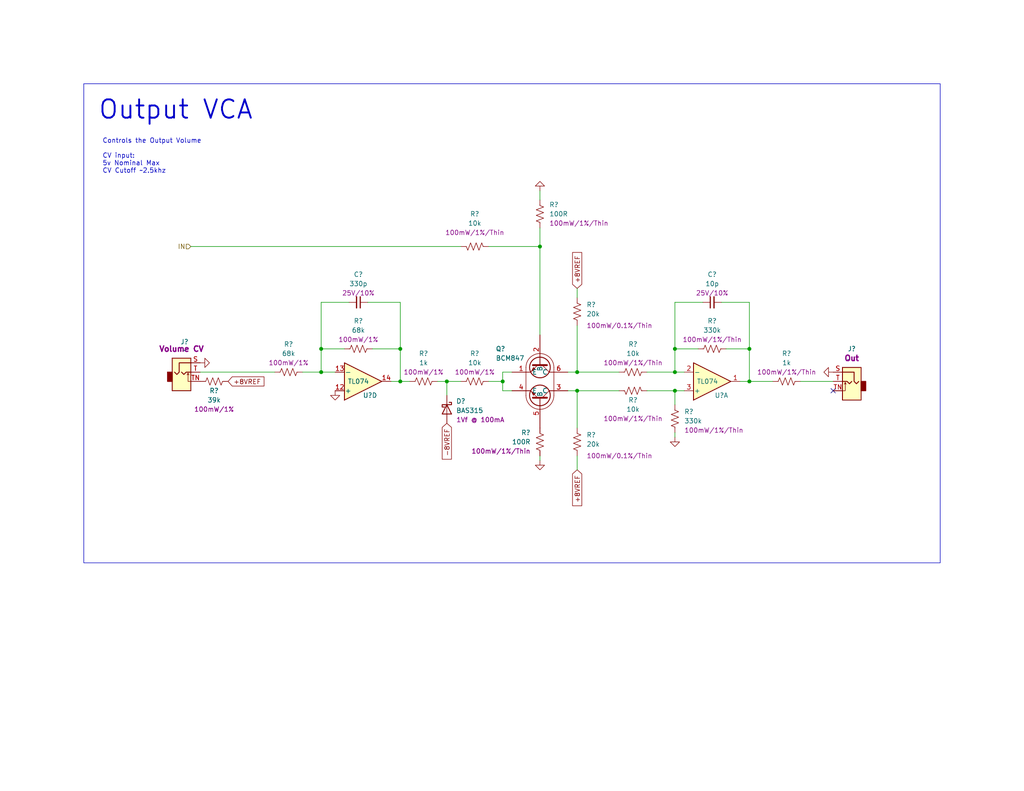
<source format=kicad_sch>
(kicad_sch (version 20230121) (generator eeschema)
  (paper "USLetter")
  (title_block (title "Neptune") (date "2023-07-20") (rev "v0") (company "Winterbloom") (comment 1 "Carson Walls") (comment 2 "CERN-OHL-P v2") (comment 3 "neptune.wntr.dev"))
  (lib_symbols
    (symbol "BCM847_1"
      (property "Reference" "Q" (at -10.795 5.715 0))
      (property "Value" "BCM847" (at -10.795 8.255 0))
      (symbol "BCM847_1_0_1"
        (arc (start -7.62 0) (mid -6.5036 -2.6936) (end -3.81 -3.81))
        (circle (center -3.81 0) (radius 2.8194) (stroke (width 0.254)))
        (arc (start -3.81 3.81) (mid -6.5033 2.6933) (end -7.62 0))
        (polyline (pts (xy -4.445 0.635) (xy -2.54 2.54)))
        (polyline (pts (xy 3.81 -3.81) (xy -3.81 -3.81)))
        (polyline (pts (xy 3.81 3.81) (xy -3.81 3.81)))
        (polyline (pts (xy 4.445 0.635) (xy 2.54 2.54)))
        (polyline (pts (xy -4.445 -0.635) (xy -2.54 -2.54) (xy -2.54 -2.54)))
        (polyline (pts (xy -4.445 1.905) (xy -4.445 -1.905) (xy -4.445 -1.905)) (stroke (width 0.508)))
        (polyline (pts (xy 4.445 -0.635) (xy 2.54 -2.54) (xy 2.54 -2.54)))
        (polyline (pts (xy 4.445 1.905) (xy 4.445 -1.905) (xy 4.445 -1.905)) (stroke (width 0.508)))
        (polyline (pts (xy -3.81 -1.778) (xy -3.302 -1.27) (xy -2.794 -2.286) (xy -3.81 -1.778) (xy -3.81 -1.778)) (fill (type outline)))
        (polyline (pts (xy 3.81 -1.778) (xy 3.302 -1.27) (xy 2.794 -2.286) (xy 3.81 -1.778) (xy 3.81 -1.778)) (fill (type outline)))
        (arc (start 3.81 -3.81) (mid 6.5037 -2.6937) (end 7.62 0))
        (circle (center 3.81 0) (radius 2.8194) (stroke (width 0.254)))
        (arc (start 7.62 0) (mid 6.5035 2.6935) (end 3.81 3.81))
      )
      (symbol "BCM847_1_1_1"
        (pin passive line (at -2.54 -7.62 90) (length 5) (name "E") (number "1"))
        (pin input line (at -12.7 0 0) (length 8) (name "B") (number "2"))
        (pin passive line (at 2.54 7.62 270) (length 5) (name "C") (number "3"))
        (pin passive line (at 2.54 -7.62 90) (length 5) (name "E") (number "4"))
        (pin input line (at 12.7 0 180) (length 8) (name "B") (number "5"))
        (pin passive line (at -2.54 7.62 270) (length 5) (name "C") (number "6"))
      )
    )
    (symbol "Device:C_Small" (pin_numbers hide) (pin_names (offset 0.254) hide)
      (property "Reference" "C" (at 0.254 1.778 0))
      (property "Value" "C_Small" (at 0.254 -2.032 0))
      (symbol "C_Small_0_1"
        (polyline (pts (xy -1.524 -0.508) (xy 1.524 -0.508)) (stroke (width 0.3302)))
        (polyline (pts (xy -1.524 0.508) (xy 1.524 0.508)) (stroke (width 0.3048)))
      )
      (symbol "C_Small_1_1"
        (pin passive line (at 0 2.54 270) (length 2.032) (name "~") (number "1"))
        (pin passive line (at 0 -2.54 90) (length 2.032) (name "~") (number "2"))
      )
    )
    (symbol "Device:R_US" (pin_numbers hide) (pin_names (offset 0))
      (property "Reference" "R" (at 2.54 0 90))
      (property "Value" "R_US" (at -2.54 0 90))
      (symbol "R_US_0_1"
        (polyline (pts (xy 0 -2.286) (xy 0 -2.54)))
        (polyline (pts (xy 0 2.286) (xy 0 2.54)))
        (polyline (pts (xy 0 -0.762) (xy 1.016 -1.143) (xy 0 -1.524) (xy -1.016 -1.905) (xy 0 -2.286)))
        (polyline (pts (xy 0 0.762) (xy 1.016 0.381) (xy 0 0) (xy -1.016 -0.381) (xy 0 -0.762)))
        (polyline (pts (xy 0 2.286) (xy 1.016 1.905) (xy 0 1.524) (xy -1.016 1.143) (xy 0 0.762)))
      )
      (symbol "R_US_1_1"
        (pin passive line (at 0 3.81 270) (length 1.27) (name "~") (number "1"))
        (pin passive line (at 0 -3.81 90) (length 1.27) (name "~") (number "2"))
      )
    )
    (symbol "Diode:1N5819" (pin_numbers hide) (pin_names (offset 1.016) hide)
      (property "Reference" "D" (at 0 2.54 0))
      (property "Value" "1N5819" (at 0 -2.54 0))
      (symbol "1N5819_0_1"
        (polyline (pts (xy 1.27 0) (xy -1.27 0)))
        (polyline (pts (xy 1.27 1.27) (xy 1.27 -1.27) (xy -1.27 0) (xy 1.27 1.27)) (stroke (width 0.254)))
        (polyline (pts (xy -1.905 0.635) (xy -1.905 1.27) (xy -1.27 1.27) (xy -1.27 -1.27) (xy -0.635 -1.27) (xy -0.635 -0.635)) (stroke (width 0.254)))
      )
      (symbol "1N5819_1_1"
        (pin passive line (at -3.81 0 0) (length 2.54) (name "K") (number "1"))
        (pin passive line (at 3.81 0 180) (length 2.54) (name "A") (number "2"))
      )
    )
    (symbol "power:GND" (power) (pin_names (offset 0))
      (property "Value" "GND" (at 0 -3.81 0))
      (symbol "GND_0_1"
        (polyline (pts (xy 0 0) (xy 0 -1.27) (xy 1.27 -1.27) (xy 0 -2.54) (xy -1.27 -1.27) (xy 0 -1.27)))
      )
      (symbol "GND_1_1"
        (pin power_in line (at 0 0 270) (length 0) hide (name "GND") (number "1"))
      )
    )
    (symbol "winterbloom:Eurorack_Mono_Jack" (pin_names hide)
      (property "Reference" "J" (at 3.302 -4.064 0))
      (property "Value" "Eurorack_Mono_Jack" (at 0 5.08 0))
      (symbol "Eurorack_Mono_Jack_0_1"
        (rectangle (start -2.54 -5.08) (end 2.54 3.81) (stroke (width 0.254)) (fill (type background)))
        (polyline (pts (xy -1.778 -1.016) (xy -2.032 -0.508)))
        (polyline (pts (xy -2.54 1.27) (xy -1.778 1.27) (xy -1.778 -1.016) (xy -1.524 -0.508)))
        (polyline (pts (xy 0 -1.27) (xy -0.635 -0.635) (xy -1.27 -1.27) (xy -2.54 -1.27)) (stroke (width 0.254)))
        (polyline (pts (xy -2.54 -3.81) (xy 0.635 -3.81) (xy 0.635 -1.27) (xy 1.27 -0.635) (xy 1.905 -1.27)) (stroke (width 0.254)))
        (rectangle (start 2.54 -1.27) (end 3.81 1.27) (stroke (width 0.254)) (fill (type outline)))
      )
      (symbol "Eurorack_Mono_Jack_1_1"
        (pin passive line (at -5.08 -3.81 0) (length 2.54) (name "Sleeve") (number "S"))
        (pin passive line (at -5.08 -1.27 0) (length 2.54) (name "Tip") (number "T"))
        (pin passive line (at -5.08 1.27 0) (length 2.54) (name "Tip_normalize") (number "TN"))
      )
    )
    (symbol "winterbloom:TL074" (pin_names (offset 0.127))
      (property "Reference" "U" (at 0 3.81 0))
      (property "Value" "TL074" (at 0 -3.81 0))
      (symbol "TL074_1_1"
        (polyline (pts (xy -5.08 5.08) (xy 5.08 0) (xy -5.08 -5.08) (xy -5.08 5.08)) (stroke (width 0.254)) (fill (type background)))
        (pin output line (at 7.62 0 180) (length 2.54) (name "~") (number "1"))
        (pin input line (at -7.62 -2.54 0) (length 2.54) (name "-") (number "2"))
        (pin input line (at -7.62 2.54 0) (length 2.54) (name "+") (number "3"))
      )
      (symbol "TL074_2_1"
        (polyline (pts (xy -5.08 5.08) (xy 5.08 0) (xy -5.08 -5.08) (xy -5.08 5.08)) (stroke (width 0.254)) (fill (type background)))
        (pin input line (at -7.62 2.54 0) (length 2.54) (name "+") (number "5"))
        (pin input line (at -7.62 -2.54 0) (length 2.54) (name "-") (number "6"))
        (pin output line (at 7.62 0 180) (length 2.54) (name "~") (number "7"))
      )
      (symbol "TL074_3_1"
        (polyline (pts (xy -5.08 5.08) (xy 5.08 0) (xy -5.08 -5.08) (xy -5.08 5.08)) (stroke (width 0.254)) (fill (type background)))
        (pin input line (at -7.62 2.54 0) (length 2.54) (name "+") (number "10"))
        (pin output line (at 7.62 0 180) (length 2.54) (name "~") (number "8"))
        (pin input line (at -7.62 -2.54 0) (length 2.54) (name "-") (number "9"))
      )
      (symbol "TL074_4_1"
        (polyline (pts (xy -5.08 5.08) (xy 5.08 0) (xy -5.08 -5.08) (xy -5.08 5.08)) (stroke (width 0.254)) (fill (type background)))
        (pin input line (at -7.62 2.54 0) (length 2.54) (name "+") (number "12"))
        (pin input line (at -7.62 -2.54 0) (length 2.54) (name "-") (number "13"))
        (pin output line (at 7.62 0 180) (length 2.54) (name "~") (number "14"))
      )
      (symbol "TL074_5_1"
        (polyline (pts (xy -5.08 5.08) (xy 5.08 0) (xy -5.08 -5.08) (xy -5.08 5.08)) (stroke (width 0.254)) (fill (type background)))
        (pin power_in line (at -2.54 -7.62 90) (length 3.81) (name "V-") (number "11"))
        (pin power_in line (at -2.54 7.62 270) (length 3.81) (name "V+") (number "4"))
      )
    )
  )
  (junction (at 157.48 106.68))
  (junction (at 184.15 101.6))
  (junction (at 109.22 95.25))
  (junction (at 137.16 104.14))
  (junction (at 204.47 104.14))
  (junction (at 121.92 104.14))
  (junction (at 87.63 95.25))
  (junction (at 184.15 106.68))
  (junction (at 147.32 67.31))
  (junction (at 109.22 104.14))
  (junction (at 157.48 101.6))
  (junction (at 204.47 95.25))
  (junction (at 184.15 95.25))
  (junction (at 87.63 101.6))
  (no_connect (at 227.33 106.68))
  (wire (pts (xy 109.22 82.55) (xy 100.33 82.55)))
  (wire (pts (xy 176.53 101.6) (xy 184.15 101.6)))
  (wire (pts (xy 133.35 104.14) (xy 137.16 104.14)))
  (wire (pts (xy 147.32 125.73) (xy 147.32 124.46)))
  (wire (pts (xy 154.94 106.68) (xy 157.48 106.68)))
  (wire (pts (xy 54.61 101.6) (xy 74.93 101.6)))
  (wire (pts (xy 184.15 95.25) (xy 190.5 95.25)))
  (wire (pts (xy 184.15 95.25) (xy 184.15 101.6)))
  (wire (pts (xy 137.16 101.6) (xy 139.7 101.6)))
  (wire (pts (xy 87.63 95.25) (xy 93.98 95.25)))
  (wire (pts (xy 147.32 52.07) (xy 147.32 54.61)))
  (wire (pts (xy 184.15 106.68) (xy 186.69 106.68)))
  (wire (pts (xy 157.48 106.68) (xy 168.91 106.68)))
  (wire (pts (xy 133.35 67.31) (xy 147.32 67.31)))
  (wire (pts (xy 109.22 104.14) (xy 109.22 95.25)))
  (wire (pts (xy 204.47 95.25) (xy 204.47 104.14)))
  (wire (pts (xy 154.94 101.6) (xy 157.48 101.6)))
  (wire (pts (xy 184.15 101.6) (xy 186.69 101.6)))
  (wire (pts (xy 191.77 82.55) (xy 184.15 82.55)))
  (wire (pts (xy 204.47 82.55) (xy 204.47 95.25)))
  (wire (pts (xy 121.92 104.14) (xy 121.92 107.95)))
  (wire (pts (xy 82.55 101.6) (xy 87.63 101.6)))
  (wire (pts (xy 204.47 104.14) (xy 210.82 104.14)))
  (wire (pts (xy 184.15 106.68) (xy 184.15 110.49)))
  (wire (pts (xy 198.12 95.25) (xy 204.47 95.25)))
  (wire (pts (xy 125.73 67.31) (xy 52.07 67.31)))
  (wire (pts (xy 109.22 95.25) (xy 101.6 95.25)))
  (wire (pts (xy 121.92 104.14) (xy 125.73 104.14)))
  (wire (pts (xy 87.63 95.25) (xy 87.63 101.6)))
  (wire (pts (xy 157.48 101.6) (xy 168.91 101.6)))
  (wire (pts (xy 87.63 101.6) (xy 91.44 101.6)))
  (wire (pts (xy 137.16 106.68) (xy 139.7 106.68)))
  (wire (pts (xy 109.22 95.25) (xy 109.22 82.55)))
  (wire (pts (xy 218.44 104.14) (xy 227.33 104.14)))
  (wire (pts (xy 184.15 82.55) (xy 184.15 95.25)))
  (wire (pts (xy 201.93 104.14) (xy 204.47 104.14)))
  (wire (pts (xy 119.38 104.14) (xy 121.92 104.14)))
  (wire (pts (xy 106.68 104.14) (xy 109.22 104.14)))
  (wire (pts (xy 87.63 82.55) (xy 87.63 95.25)))
  (wire (pts (xy 137.16 104.14) (xy 137.16 106.68)))
  (wire (pts (xy 109.22 104.14) (xy 111.76 104.14)))
  (wire (pts (xy 137.16 101.6) (xy 137.16 104.14)))
  (wire (pts (xy 87.63 82.55) (xy 95.25 82.55)))
  (wire (pts (xy 176.53 106.68) (xy 184.15 106.68)))
  (wire (pts (xy 157.48 106.68) (xy 157.48 116.84)))
  (wire (pts (xy 157.48 78.74) (xy 157.48 81.28)))
  (wire (pts (xy 157.48 124.46) (xy 157.48 128.27)))
  (wire (pts (xy 157.48 88.9) (xy 157.48 101.6)))
  (wire (pts (xy 184.15 118.11) (xy 184.15 119.38)))
  (wire (pts (xy 147.32 67.31) (xy 147.32 91.44)))
  (wire (pts (xy 196.85 82.55) (xy 204.47 82.55)))
  (wire (pts (xy 147.32 62.23) (xy 147.32 67.31)))
  (rectangle (start 22.86 22.86) (end 256.54 153.67))
  (text "Controls the Output Volume\n\nCV input:\n5v Nominal Max\nCV Cutoff ~2.5khz\n\n" (at 27.94 49.53 0) (effects (font (size 1.27 1.27)) (justify left bottom)))
  (text "Output VCA" (at 26.67 33.02 0) (effects (font (size 5 5) (thickness 0.508) bold) (justify left bottom)))
  (global_label "+8VREF" (shape input) (at 62.23 104.14 0) (property "Intersheetrefs" "${INTERSHEET_REFS}" (effects hide)))
  (global_label "+8VREF" (shape input) (at 157.48 78.74 90) (property "Intersheetrefs" "${INTERSHEET_REFS}" (effects hide)))
  (global_label "-8VREF" (shape input) (at 121.92 115.57 270) (property "Intersheetrefs" "${INTERSHEET_REFS}" (effects hide)))
  (global_label "+8VREF" (shape input) (at 157.48 128.27 270) (property "Intersheetrefs" "${INTERSHEET_REFS}" (effects hide)))
  (hierarchical_label "IN" (shape input) (at 52.07 67.31 180))
  (symbol (lib_id "Device:R_US") (at 157.48 85.09 180) (unit 1)
    (property "Reference" "R?" (at 160.02 83.185 0) (effects (justify right)))
    (property "Value" "20k" (at 160.02 85.725 0) (effects (justify right)))
    (property "Footprint" "winterbloom:R_0603_HandSolder" (effects hide))
    (property "Rating" "100mW/0.1%/Thin" (at 160.02 88.9 0) (effects (justify right)))
    (instances (project "board" (path "" (reference "R?") (unit 1))) (project "mainboard" (path "" (reference "R?") (unit 1)) (path "" (reference "R?") (unit 1)) (path "" (reference "R?") (unit 1)) (path "" (reference "R?") (unit 1)) (path "" (reference "R809") (unit 1))))
  )
  (symbol (lib_id "Device:R_US") (at 157.48 120.65 180) (unit 1)
    (property "Reference" "R?" (at 160.02 118.745 0) (effects (justify right)))
    (property "Value" "20k" (at 160.02 121.285 0) (effects (justify right)))
    (property "Footprint" "winterbloom:R_0603_HandSolder" (effects hide))
    (property "Rating" "100mW/0.1%/Thin" (at 160.02 124.46 0) (effects (justify right)))
    (instances (project "board" (path "" (reference "R?") (unit 1))) (project "mainboard" (path "" (reference "R?") (unit 1)) (path "" (reference "R?") (unit 1)) (path "" (reference "R?") (unit 1)) (path "" (reference "R?") (unit 1)) (path "" (reference "R810") (unit 1))))
  )
  (symbol (lib_id "Device:R_US") (at 78.74 101.6 270) (unit 1)
    (property "Reference" "R?" (at 78.74 93.98 90))
    (property "Value" "68k" (at 78.74 96.52 90))
    (property "Footprint" "winterbloom:R_0603_HandSolder" (effects hide))
    (property "Rating" "100mW/1%" (at 78.74 99.06 90))
    (instances (project "board" (path "" (reference "R?") (unit 1))) (project "mainboard" (path "" (reference "R?") (unit 1)) (path "" (reference "R?") (unit 1)) (path "" (reference "R?") (unit 1)) (path "" (reference "R?") (unit 1)) (path "" (reference "R802") (unit 1))))
  )
  (symbol (lib_id "Device:R_US") (at 129.54 67.31 90) (mirror x) (unit 1)
    (property "Reference" "R?" (at 129.54 58.42 90))
    (property "Value" "10k" (at 129.54 60.96 90))
    (property "Footprint" "winterbloom:R_0603_HandSolder" (effects hide))
    (property "Rating" "100mW/1%/Thin" (at 129.54 63.5 90))
    (instances (project "board" (path "" (reference "R?") (unit 1))) (project "mainboard" (path "" (reference "R?") (unit 1)) (path "" (reference "R?") (unit 1)) (path "" (reference "R?") (unit 1)) (path "" (reference "R?") (unit 1)) (path "" (reference "R805") (unit 1))))
  )
  (symbol (lib_id "winterbloom:Eurorack_Mono_Jack") (at 232.41 105.41 0) (mirror x) (unit 1)
    (property "Reference" "J?" (at 232.41 95.25 0))
    (property "Value" "~" (at 231.5972 98.1964 0))
    (property "Footprint" "winterbloom:AudioJack_WQP518MA_Compact_S" (effects hide))
    (property "Datasheet" "http://www.qingpu-electronics.com/en/products/WQP-PJ398SM-362.html" (effects hide))
    (property "MPN" "WQP-WQP518MA" (effects hide))
    (property "Name" "Out" (at 232.41 97.79 0) (effects (font (size 1.5 1.5) bold)))
    (instances (project "board" (path "" (reference "J?") (unit 1))) (project "mainboard" (path "" (reference "J?") (unit 1)) (path "" (reference "J?") (unit 1)) (path "" (reference "J?") (unit 1)) (path "" (reference "J802") (unit 1))))
  )
  (symbol (lib_id "Device:R_US") (at 172.72 106.68 270) (mirror x) (unit 1)
    (property "Reference" "R?" (at 172.72 109.22 90))
    (property "Value" "10k" (at 172.72 111.76 90))
    (property "Footprint" "winterbloom:R_0603_HandSolder" (effects hide))
    (property "Rating" "100mW/1%/Thin" (at 172.72 114.3 90))
    (instances (project "board" (path "" (reference "R?") (unit 1))) (project "mainboard" (path "" (reference "R?") (unit 1)) (path "" (reference "R?") (unit 1)) (path "" (reference "R?") (unit 1)) (path "" (reference "R?") (unit 1)) (path "" (reference "R812") (unit 1))))
  )
  (symbol (lib_id "power:GND") (at 184.15 119.38 0) (unit 1)
    (property "Reference" "#PWR?" (effects hide))
    (property "Value" "GND" (effects hide))
    (instances (project "board" (path "" (reference "#PWR?") (unit 1))) (project "mainboard" (path "" (reference "#PWR?") (unit 1)) (path "" (reference "#PWR?") (unit 1)) (path "" (reference "#PWR?") (unit 1)) (path "" (reference "#PWR0805") (unit 1))))
  )
  (symbol (lib_id "power:GND") (at 54.61 99.06 90) (unit 1)
    (property "Reference" "#PWR?" (effects hide))
    (property "Value" "GND" (effects hide))
    (instances (project "board" (path "" (reference "#PWR?") (unit 1))) (project "mainboard" (path "" (reference "#PWR?") (unit 1)) (path "" (reference "#PWR?") (unit 1)) (path "" (reference "#PWR?") (unit 1)) (path "" (reference "#PWR0801") (unit 1))))
  )
  (symbol (lib_id "Device:R_US") (at 194.31 95.25 270) (unit 1)
    (property "Reference" "R?" (at 194.31 87.63 90))
    (property "Value" "330k" (at 194.31 90.17 90))
    (property "Footprint" "winterbloom:R_0603_HandSolder" (effects hide))
    (property "Rating" "100mW/1%/Thin" (at 194.31 92.71 90))
    (instances (project "board" (path "" (reference "R?") (unit 1))) (project "mainboard" (path "" (reference "R?") (unit 1)) (path "" (reference "R?") (unit 1)) (path "" (reference "R?") (unit 1)) (path "" (reference "R?") (unit 1)) (path "" (reference "R814") (unit 1))))
  )
  (symbol (lib_id "power:GND") (at 91.44 106.68 0) (unit 1)
    (property "Reference" "#PWR?" (effects hide))
    (property "Value" "GND" (effects hide))
    (instances (project "board" (path "" (reference "#PWR?") (unit 1))) (project "mainboard" (path "" (reference "#PWR?") (unit 1)) (path "" (reference "#PWR?") (unit 1)) (path "" (reference "#PWR?") (unit 1)) (path "" (reference "#PWR0802") (unit 1))))
  )
  (symbol (lib_id "Device:R_US") (at 147.32 58.42 180) (unit 1)
    (property "Reference" "R?" (at 149.86 55.88 0) (effects (justify right)))
    (property "Value" "100R" (at 149.86 58.42 0) (effects (justify right)))
    (property "Footprint" "winterbloom:R_0603_HandSolder" (effects hide))
    (property "Rating" "100mW/1%/Thin" (at 149.86 60.96 0) (effects (justify right)))
    (instances (project "board" (path "" (reference "R?") (unit 1))) (project "mainboard" (path "" (reference "R?") (unit 1)) (path "" (reference "R?") (unit 1)) (path "" (reference "R?") (unit 1)) (path "" (reference "R?") (unit 1)) (path "" (reference "R807") (unit 1))))
  )
  (symbol (lib_id "winterbloom:Eurorack_Mono_Jack") (at 49.53 102.87 180) (unit 1)
    (property "Reference" "J?" (at 50.3428 93.345 0))
    (property "Value" "~" (at 50.3428 95.6564 0))
    (property "Footprint" "winterbloom:AudioJack_WQP518MA_Compact_S" (effects hide))
    (property "Datasheet" "http://www.qingpu-electronics.com/en/products/WQP-PJ398SM-362.html" (effects hide))
    (property "MPN" "WQP-WQP518MA" (effects hide))
    (property "Name" "Volume CV" (at 49.53 95.25 0) (effects (font (size 1.5 1.5) bold)))
    (instances (project "board" (path "" (reference "J?") (unit 1))) (project "mainboard" (path "" (reference "J?") (unit 1)) (path "" (reference "J?") (unit 1)) (path "" (reference "J?") (unit 1)) (path "" (reference "J801") (unit 1))))
  )
  (symbol (lib_name "BCM847_1") (lib_id "Carson's Schematic Symbols:BCM847") (at 147.32 104.14 270) (unit 1)
    (property "Reference" "Q?" (at 135.255 95.25 90) (effects (justify left)))
    (property "Value" "BCM847" (at 135.255 97.79 90) (effects (justify left)))
    (property "Footprint" "Package_TO_SOT_SMD:SOT-363_SC-70-6" (effects hide))
    (property "Attention" "!" (effects hide))
    (property "MPN" "BCM847BS,115" (effects hide))
    (instances (project "mainboard" (path "" (reference "Q?") (unit 1)) (path "" (reference "Q?") (unit 1)) (path "" (reference "Q?") (unit 1)) (path "" (reference "Q801") (unit 1))) (project "Diode_Ladder_Filter_V0.5" (path "" (reference "Q?") (unit 1))))
  )
  (symbol (lib_id "Device:R_US") (at 184.15 114.3 0) (unit 1)
    (property "Reference" "R?" (at 186.69 112.395 0) (effects (justify left)))
    (property "Value" "330k" (at 186.69 114.935 0) (effects (justify left)))
    (property "Footprint" "winterbloom:R_0603_HandSolder" (effects hide))
    (property "Rating" "100mW/1%/Thin" (at 186.69 117.475 0) (effects (justify left)))
    (instances (project "board" (path "" (reference "R?") (unit 1))) (project "mainboard" (path "" (reference "R?") (unit 1)) (path "" (reference "R?") (unit 1)) (path "" (reference "R?") (unit 1)) (path "" (reference "R?") (unit 1)) (path "" (reference "R813") (unit 1))))
  )
  (symbol (lib_id "Device:C_Small") (at 194.31 82.55 90) (unit 1)
    (property "Reference" "C?" (at 194.3163 74.93 90))
    (property "Value" "10p" (at 194.3163 77.47 90))
    (property "Footprint" "winterbloom:C_0603_HandSolder" (effects hide))
    (property "Rating" "25V/10%" (at 194.3163 80.01 90))
    (instances (project "board" (path "" (reference "C?") (unit 1))) (project "mainboard" (path "" (reference "C802") (unit 1))) (project "VCA" (path "" (reference "C?") (unit 1)) (path "" (reference "C?") (unit 1))))
  )
  (symbol (lib_id "Device:R_US") (at 115.57 104.14 270) (unit 1)
    (property "Reference" "R?" (at 115.57 96.52 90))
    (property "Value" "1k" (at 115.57 99.06 90))
    (property "Footprint" "winterbloom:R_0603_HandSolder" (effects hide))
    (property "Rating" "100mW/1%" (at 115.57 101.6 90))
    (instances (project "board" (path "" (reference "R?") (unit 1))) (project "mainboard" (path "" (reference "R?") (unit 1)) (path "" (reference "R?") (unit 1)) (path "" (reference "R?") (unit 1)) (path "" (reference "R?") (unit 1)) (path "" (reference "R804") (unit 1))))
  )
  (symbol (lib_id "Device:C_Small") (at 97.79 82.55 270) (unit 1)
    (property "Reference" "C?" (at 97.7836 74.93 90))
    (property "Value" "330p" (at 97.7836 77.47 90))
    (property "Footprint" "winterbloom:C_0603_HandSolder" (effects hide))
    (property "Rating" "25V/10%" (at 97.7836 80.01 90))
    (instances (project "board" (path "" (reference "C?") (unit 1))) (project "mainboard" (path "" (reference "C?") (unit 1)) (path "" (reference "C?") (unit 1)) (path "" (reference "C?") (unit 1)) (path "" (reference "C?") (unit 1)) (path "" (reference "C801") (unit 1))))
  )
  (symbol (lib_id "Device:R_US") (at 129.54 104.14 270) (unit 1)
    (property "Reference" "R?" (at 129.54 96.52 90))
    (property "Value" "10k" (at 129.54 99.06 90))
    (property "Footprint" "winterbloom:R_0603_HandSolder" (effects hide))
    (property "Rating" "100mW/1%" (at 129.54 101.6 90))
    (instances (project "board" (path "" (reference "R?") (unit 1))) (project "mainboard" (path "" (reference "R?") (unit 1)) (path "" (reference "R?") (unit 1)) (path "" (reference "R?") (unit 1)) (path "" (reference "R?") (unit 1)) (path "" (reference "R806") (unit 1))))
  )
  (symbol (lib_id "power:GND") (at 147.32 52.07 180) (unit 1)
    (property "Reference" "#PWR?" (effects hide))
    (property "Value" "GND" (effects hide))
    (instances (project "board" (path "" (reference "#PWR?") (unit 1))) (project "mainboard" (path "" (reference "#PWR?") (unit 1)) (path "" (reference "#PWR?") (unit 1)) (path "" (reference "#PWR?") (unit 1)) (path "" (reference "#PWR0803") (unit 1))))
  )
  (symbol (lib_id "Device:R_US") (at 214.63 104.14 270) (unit 1)
    (property "Reference" "R?" (at 214.63 96.52 90))
    (property "Value" "1k" (at 214.63 99.06 90))
    (property "Footprint" "winterbloom:R_0603_HandSolder" (effects hide))
    (property "Rating" "100mW/1%/Thin" (at 214.63 101.6 90))
    (instances (project "board" (path "" (reference "R?") (unit 1))) (project "mainboard" (path "" (reference "R?") (unit 1)) (path "" (reference "R?") (unit 1)) (path "" (reference "R?") (unit 1)) (path "" (reference "R?") (unit 1)) (path "" (reference "R815") (unit 1))))
  )
  (symbol (lib_id "Device:R_US") (at 172.72 101.6 270) (unit 1)
    (property "Reference" "R?" (at 172.72 93.98 90))
    (property "Value" "10k" (at 172.72 96.52 90))
    (property "Footprint" "winterbloom:R_0603_HandSolder" (effects hide))
    (property "Rating" "100mW/1%/Thin" (at 172.72 99.06 90))
    (instances (project "board" (path "" (reference "R?") (unit 1))) (project "mainboard" (path "" (reference "R?") (unit 1)) (path "" (reference "R?") (unit 1)) (path "" (reference "R?") (unit 1)) (path "" (reference "R?") (unit 1)) (path "" (reference "R811") (unit 1))))
  )
  (symbol (lib_id "power:GND") (at 227.33 101.6 270) (unit 1)
    (property "Reference" "#PWR?" (effects hide))
    (property "Value" "GND" (effects hide))
    (instances (project "board" (path "" (reference "#PWR?") (unit 1))) (project "mainboard" (path "" (reference "#PWR?") (unit 1)) (path "" (reference "#PWR?") (unit 1)) (path "" (reference "#PWR?") (unit 1)) (path "" (reference "#PWR0806") (unit 1))))
  )
  (symbol (lib_id "Device:R_US") (at 147.32 120.65 180) (unit 1)
    (property "Reference" "R?" (at 144.78 118.11 0) (effects (justify left)))
    (property "Value" "100R" (at 144.78 120.65 0) (effects (justify left)))
    (property "Footprint" "winterbloom:R_0603_HandSolder" (effects hide))
    (property "Rating" "100mW/1%/Thin" (at 144.78 123.19 0) (effects (justify left)))
    (instances (project "board" (path "" (reference "R?") (unit 1))) (project "mainboard" (path "" (reference "R?") (unit 1)) (path "" (reference "R?") (unit 1)) (path "" (reference "R?") (unit 1)) (path "" (reference "R?") (unit 1)) (path "" (reference "R808") (unit 1))))
  )
  (symbol (lib_id "Device:R_US") (at 97.79 95.25 270) (unit 1)
    (property "Reference" "R?" (at 97.79 87.63 90))
    (property "Value" "68k" (at 97.79 90.17 90))
    (property "Footprint" "winterbloom:R_0603_HandSolder" (effects hide))
    (property "Rating" "100mW/1%" (at 97.79 92.71 90))
    (instances (project "board" (path "" (reference "R?") (unit 1))) (project "mainboard" (path "" (reference "R?") (unit 1)) (path "" (reference "R?") (unit 1)) (path "" (reference "R?") (unit 1)) (path "" (reference "R?") (unit 1)) (path "" (reference "R803") (unit 1))))
  )
  (symbol (lib_id "winterbloom:TL074") (at 194.31 104.14 0) (mirror x) (unit 1)
    (property "Reference" "U?" (at 196.85 107.95 0))
    (property "Value" "TL074" (at 193.04 104.14 0))
    (property "Footprint" "Package_SO:TSSOP-14_4.4x5mm_P0.65mm" (effects hide))
    (property "Datasheet" "https://www.ti.com/lit/ds/symlink/tl071.pdf" (effects hide))
    (property "MPN" "TL074CPW" (effects hide))
    (instances (project "mainboard" (path "" (reference "U?") (unit 1)) (path "" (reference "U?") (unit 4))) (project "mainboard" (path "" (reference "U?") (unit 1)) (path "" (reference "U?") (unit 1)) (path "" (reference "U2") (unit 1)) (path "" (reference "U2") (unit 1))))
  )
  (symbol (lib_id "power:GND") (at 147.32 125.73 0) (unit 1)
    (property "Reference" "#PWR?" (effects hide))
    (property "Value" "GND" (effects hide))
    (instances (project "board" (path "" (reference "#PWR?") (unit 1))) (project "mainboard" (path "" (reference "#PWR?") (unit 1)) (path "" (reference "#PWR?") (unit 1)) (path "" (reference "#PWR?") (unit 1)) (path "" (reference "#PWR0804") (unit 1))))
  )
  (symbol (lib_id "Diode:1N5819") (at 121.92 111.76 270) (unit 1)
    (property "Reference" "D?" (at 124.46 109.5375 90) (effects (justify left)))
    (property "Value" "BAS315" (at 124.46 112.0775 90) (effects (justify left)))
    (property "Footprint" "winterbloom:D_SOD-323" (effects hide))
    (property "Datasheet" "http://www.vishay.com/docs/88525/1n5817.pdf" (effects hide))
    (property "Notes" "Clipping diode" (effects hide))
    (property "Rating" "1Vf @ 100mA" (at 124.46 114.6175 90) (effects (justify left)))
    (property "MPN" "BAS316,115" (effects hide))
    (instances (project "board" (path "" (reference "D?") (unit 1))) (project "mainboard" (path "" (reference "D?") (unit 1)) (path "" (reference "D?") (unit 1)) (path "" (reference "D801") (unit 1))) (project "VCA" (path "" (reference "D?") (unit 1)) (path "" (reference "D?") (unit 1))))
  )
  (symbol (lib_id "Device:R_US") (at 58.42 104.14 90) (unit 1)
    (property "Reference" "R?" (at 58.42 106.68 90))
    (property "Value" "39k" (at 58.42 109.22 90))
    (property "Footprint" "winterbloom:R_0603_HandSolder" (effects hide))
    (property "Rating" "100mW/1%" (at 58.42 111.76 90))
    (instances (project "board" (path "" (reference "R?") (unit 1))) (project "mainboard" (path "" (reference "R?") (unit 1)) (path "" (reference "R?") (unit 1)) (path "" (reference "R?") (unit 1)) (path "" (reference "R?") (unit 1)) (path "" (reference "R801") (unit 1))))
  )
  (symbol (lib_id "winterbloom:TL074") (at 99.06 104.14 0) (mirror x) (unit 4)
    (property "Reference" "U?" (at 100.965 107.95 0))
    (property "Value" "TL074" (at 97.79 104.14 0))
    (property "Footprint" "Package_SO:TSSOP-14_4.4x5mm_P0.65mm" (effects hide))
    (property "Datasheet" "https://www.ti.com/lit/ds/symlink/tl071.pdf" (effects hide))
    (property "MPN" "TL074CPW" (effects hide))
    (instances (project "mainboard" (path "" (reference "U?") (unit 4)) (path "" (reference "U?") (unit 1))) (project "mainboard" (path "" (reference "U?") (unit 4)) (path "" (reference "U?") (unit 4)) (path "" (reference "U2") (unit 4))))
  )
)
</source>
